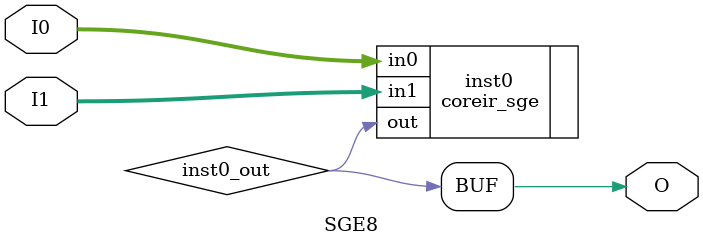
<source format=v>
module SGE8 (input [7:0] I0, input [7:0] I1, output  O);
wire  inst0_out;
coreir_sge inst0 (.in0(I0), .in1(I1), .out(inst0_out));
assign O = inst0_out;
endmodule


</source>
